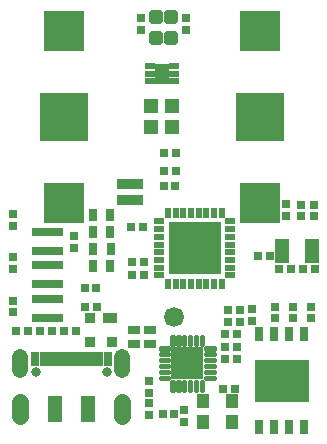
<source format=gbr>
G04 EAGLE Gerber RS-274X export*
G75*
%MOMM*%
%FSLAX34Y34*%
%LPD*%
%INSoldermask Top*%
%IPPOS*%
%AMOC8*
5,1,8,0,0,1.08239X$1,22.5*%
G01*
%ADD10R,0.803200X0.703200*%
%ADD11R,0.803200X1.103200*%
%ADD12R,0.703200X0.803200*%
%ADD13R,1.203200X2.003200*%
%ADD14R,0.920000X0.470000*%
%ADD15R,0.470000X0.920000*%
%ADD16R,4.520000X4.520000*%
%ADD17R,1.219200X0.914400*%
%ADD18R,0.812800X0.889000*%
%ADD19C,0.269722*%
%ADD20R,2.703200X2.703200*%
%ADD21R,1.003200X0.803200*%
%ADD22R,0.653200X1.153200*%
%ADD23R,4.553200X3.653200*%
%ADD24C,0.505344*%
%ADD25R,0.723200X1.203200*%
%ADD26R,0.473200X1.203200*%
%ADD27C,0.803200*%
%ADD28C,0.833200*%
%ADD29R,1.203200X2.203200*%
%ADD30C,1.361200*%
%ADD31C,1.403200*%
%ADD32R,0.653200X0.803200*%
%ADD33R,1.093200X1.143200*%
%ADD34C,1.681200*%
%ADD35R,1.283200X1.253200*%
%ADD36R,0.863200X0.523200*%
%ADD37R,1.203200X1.803200*%
%ADD38R,2.203200X0.853200*%
%ADD39R,4.163200X4.163200*%
%ADD40R,3.383200X3.383200*%


D10*
X217544Y98106D03*
X217544Y108106D03*
D11*
X97994Y173301D03*
X82994Y173301D03*
D10*
X207400Y106995D03*
X207400Y96995D03*
D12*
X153137Y212039D03*
X143137Y212039D03*
X222792Y153458D03*
X232792Y153458D03*
D11*
X97978Y187764D03*
X82978Y187764D03*
D10*
X197240Y106995D03*
X197240Y96995D03*
D12*
X125610Y177339D03*
X115610Y177339D03*
D11*
X98164Y158987D03*
X83164Y158987D03*
X98079Y144759D03*
X83079Y144759D03*
D12*
X241035Y142173D03*
X251035Y142173D03*
X271199Y142133D03*
X261199Y142133D03*
D13*
X268486Y157437D03*
X243486Y157437D03*
D14*
X199440Y136810D03*
X199440Y143310D03*
X199440Y149810D03*
X199440Y156310D03*
X199440Y162810D03*
X199440Y169310D03*
X199440Y175810D03*
X199440Y182310D03*
D15*
X192190Y189560D03*
X185690Y189560D03*
X179190Y189560D03*
X172690Y189560D03*
X166190Y189560D03*
X159690Y189560D03*
X153190Y189560D03*
X146690Y189560D03*
D14*
X139440Y182310D03*
X139440Y175810D03*
X139440Y169310D03*
X139440Y162810D03*
X139440Y156310D03*
X139440Y149810D03*
X139440Y143310D03*
X139440Y136810D03*
D15*
X146690Y129560D03*
X153190Y129560D03*
X159690Y129560D03*
X166190Y129560D03*
X172690Y129560D03*
X179190Y129560D03*
X185690Y129560D03*
X192190Y129560D03*
D16*
X169440Y159560D03*
D17*
X97973Y100467D03*
D18*
X80955Y100467D03*
X80955Y80147D03*
X99751Y80147D03*
D12*
X203472Y40670D03*
X193472Y40670D03*
D19*
X174552Y77787D02*
X174552Y85723D01*
X176588Y85723D01*
X176588Y77787D01*
X174552Y77787D01*
X174552Y80349D02*
X176588Y80349D01*
X176588Y82911D02*
X174552Y82911D01*
X174552Y85473D02*
X176588Y85473D01*
X169552Y85723D02*
X169552Y77787D01*
X169552Y85723D02*
X171588Y85723D01*
X171588Y77787D01*
X169552Y77787D01*
X169552Y80349D02*
X171588Y80349D01*
X171588Y82911D02*
X169552Y82911D01*
X169552Y85473D02*
X171588Y85473D01*
X164552Y85723D02*
X164552Y77787D01*
X164552Y85723D02*
X166588Y85723D01*
X166588Y77787D01*
X164552Y77787D01*
X164552Y80349D02*
X166588Y80349D01*
X166588Y82911D02*
X164552Y82911D01*
X164552Y85473D02*
X166588Y85473D01*
X159552Y85723D02*
X159552Y77787D01*
X159552Y85723D02*
X161588Y85723D01*
X161588Y77787D01*
X159552Y77787D01*
X159552Y80349D02*
X161588Y80349D01*
X161588Y82911D02*
X159552Y82911D01*
X159552Y85473D02*
X161588Y85473D01*
X154552Y85723D02*
X154552Y77787D01*
X154552Y85723D02*
X156588Y85723D01*
X156588Y77787D01*
X154552Y77787D01*
X154552Y80349D02*
X156588Y80349D01*
X156588Y82911D02*
X154552Y82911D01*
X154552Y85473D02*
X156588Y85473D01*
X149552Y85723D02*
X149552Y77787D01*
X149552Y85723D02*
X151588Y85723D01*
X151588Y77787D01*
X149552Y77787D01*
X149552Y80349D02*
X151588Y80349D01*
X151588Y82911D02*
X149552Y82911D01*
X149552Y85473D02*
X151588Y85473D01*
X147688Y73887D02*
X139752Y73887D01*
X139752Y75923D01*
X147688Y75923D01*
X147688Y73887D01*
X147688Y68887D02*
X139752Y68887D01*
X139752Y70923D01*
X147688Y70923D01*
X147688Y68887D01*
X147688Y63887D02*
X139752Y63887D01*
X139752Y65923D01*
X147688Y65923D01*
X147688Y63887D01*
X147688Y58887D02*
X139752Y58887D01*
X139752Y60923D01*
X147688Y60923D01*
X147688Y58887D01*
X147688Y53887D02*
X139752Y53887D01*
X139752Y55923D01*
X147688Y55923D01*
X147688Y53887D01*
X147688Y48887D02*
X139752Y48887D01*
X139752Y50923D01*
X147688Y50923D01*
X147688Y48887D01*
X149552Y47023D02*
X149552Y39087D01*
X149552Y47023D02*
X151588Y47023D01*
X151588Y39087D01*
X149552Y39087D01*
X149552Y41649D02*
X151588Y41649D01*
X151588Y44211D02*
X149552Y44211D01*
X149552Y46773D02*
X151588Y46773D01*
X154552Y47023D02*
X154552Y39087D01*
X154552Y47023D02*
X156588Y47023D01*
X156588Y39087D01*
X154552Y39087D01*
X154552Y41649D02*
X156588Y41649D01*
X156588Y44211D02*
X154552Y44211D01*
X154552Y46773D02*
X156588Y46773D01*
X159552Y47023D02*
X159552Y39087D01*
X159552Y47023D02*
X161588Y47023D01*
X161588Y39087D01*
X159552Y39087D01*
X159552Y41649D02*
X161588Y41649D01*
X161588Y44211D02*
X159552Y44211D01*
X159552Y46773D02*
X161588Y46773D01*
X164552Y47023D02*
X164552Y39087D01*
X164552Y47023D02*
X166588Y47023D01*
X166588Y39087D01*
X164552Y39087D01*
X164552Y41649D02*
X166588Y41649D01*
X166588Y44211D02*
X164552Y44211D01*
X164552Y46773D02*
X166588Y46773D01*
X169552Y47023D02*
X169552Y39087D01*
X169552Y47023D02*
X171588Y47023D01*
X171588Y39087D01*
X169552Y39087D01*
X169552Y41649D02*
X171588Y41649D01*
X171588Y44211D02*
X169552Y44211D01*
X169552Y46773D02*
X171588Y46773D01*
X174552Y47023D02*
X174552Y39087D01*
X174552Y47023D02*
X176588Y47023D01*
X176588Y39087D01*
X174552Y39087D01*
X174552Y41649D02*
X176588Y41649D01*
X176588Y44211D02*
X174552Y44211D01*
X174552Y46773D02*
X176588Y46773D01*
X178452Y48887D02*
X186388Y48887D01*
X178452Y48887D02*
X178452Y50923D01*
X186388Y50923D01*
X186388Y48887D01*
X186388Y53887D02*
X178452Y53887D01*
X178452Y55923D01*
X186388Y55923D01*
X186388Y53887D01*
X186388Y58887D02*
X178452Y58887D01*
X178452Y60923D01*
X186388Y60923D01*
X186388Y58887D01*
X186388Y63887D02*
X178452Y63887D01*
X178452Y65923D01*
X186388Y65923D01*
X186388Y63887D01*
X186388Y68887D02*
X178452Y68887D01*
X178452Y70923D01*
X186388Y70923D01*
X186388Y68887D01*
X186388Y73887D02*
X178452Y73887D01*
X178452Y75923D01*
X186388Y75923D01*
X186388Y73887D01*
D20*
X163070Y62405D03*
D10*
X130764Y28504D03*
X130764Y18504D03*
X160274Y22364D03*
X160274Y12364D03*
D12*
X152243Y19482D03*
X142243Y19482D03*
D10*
X130685Y47466D03*
X130685Y37466D03*
D12*
X204900Y75740D03*
X194900Y75740D03*
X204900Y65580D03*
X194900Y65580D03*
X204900Y86980D03*
X194900Y86980D03*
D21*
X131799Y78662D03*
X131799Y90662D03*
X117799Y90662D03*
X117799Y78662D03*
D10*
X237650Y110260D03*
X237650Y100260D03*
X252890Y110260D03*
X252890Y100260D03*
X268130Y110260D03*
X268130Y100260D03*
X15176Y105244D03*
X15176Y115244D03*
X259039Y186652D03*
X259039Y196652D03*
D22*
X224030Y8640D03*
X236730Y8640D03*
X249430Y8640D03*
X262130Y8640D03*
X262130Y86640D03*
X249430Y86640D03*
X236730Y86640D03*
X224030Y86640D03*
D23*
X243080Y47640D03*
D24*
X140341Y358890D02*
X133361Y358890D01*
X140341Y358890D02*
X140341Y351910D01*
X133361Y351910D01*
X133361Y358890D01*
X133361Y356710D02*
X140341Y356710D01*
X140341Y341350D02*
X133361Y341350D01*
X140341Y341350D02*
X140341Y334370D01*
X133361Y334370D01*
X133361Y341350D01*
X133361Y339170D02*
X140341Y339170D01*
X146061Y358890D02*
X153041Y358890D01*
X153041Y351910D01*
X146061Y351910D01*
X146061Y358890D01*
X146061Y356710D02*
X153041Y356710D01*
X153041Y341350D02*
X146061Y341350D01*
X153041Y341350D02*
X153041Y334370D01*
X146061Y334370D01*
X146061Y341350D01*
X146061Y339170D02*
X153041Y339170D01*
D12*
X126464Y148118D03*
X116464Y148118D03*
X126490Y136946D03*
X116490Y136946D03*
X76470Y110244D03*
X86470Y110244D03*
X86216Y125738D03*
X76216Y125738D03*
D10*
X15176Y188650D03*
X15176Y178650D03*
X15176Y152074D03*
X15176Y142074D03*
X67246Y159600D03*
X67246Y169600D03*
X124151Y344170D03*
X124151Y354170D03*
X162251Y344170D03*
X162251Y354170D03*
D12*
X68888Y89637D03*
X58888Y89637D03*
X143256Y240155D03*
X153256Y240155D03*
D10*
X270622Y196667D03*
X270622Y186667D03*
D12*
X153397Y225000D03*
X143397Y225000D03*
D10*
X246490Y186795D03*
X246490Y196795D03*
D12*
X28479Y89530D03*
X18479Y89530D03*
X38838Y89540D03*
X48838Y89540D03*
D25*
X33960Y65864D03*
X95960Y65864D03*
X41460Y65864D03*
X88460Y65864D03*
D26*
X47460Y65864D03*
X82460Y65864D03*
X52460Y65864D03*
X57460Y65864D03*
X62460Y65864D03*
X67460Y65864D03*
X72460Y65864D03*
X77460Y65864D03*
D27*
X94960Y54864D03*
D28*
X94960Y54864D03*
D29*
X50960Y23864D03*
X78960Y23864D03*
D28*
X34960Y54864D03*
D30*
X21760Y56324D02*
X21760Y67904D01*
X108160Y67904D02*
X108160Y56324D01*
D31*
X21760Y29864D02*
X21760Y17864D01*
X108160Y17864D02*
X108160Y29864D01*
D32*
X54136Y116974D03*
X47636Y116974D03*
X41136Y116974D03*
X34636Y116974D03*
X34636Y100974D03*
X41136Y100974D03*
X47636Y100974D03*
X54136Y100974D03*
D33*
X201380Y30288D03*
X176580Y30288D03*
X176580Y12588D03*
X201380Y12588D03*
D32*
X54390Y145168D03*
X47890Y145168D03*
X41390Y145168D03*
X34890Y145168D03*
X34890Y129168D03*
X41390Y129168D03*
X47890Y129168D03*
X54390Y129168D03*
X54390Y173108D03*
X47890Y173108D03*
X41390Y173108D03*
X34890Y173108D03*
X34890Y157108D03*
X41390Y157108D03*
X47890Y157108D03*
X54390Y157108D03*
D34*
X152071Y101594D03*
D35*
X150278Y279830D03*
X150278Y262330D03*
X132314Y280037D03*
X132314Y262537D03*
D36*
X131243Y313941D03*
X131243Y307441D03*
X131243Y300941D03*
X151743Y300941D03*
X151743Y307441D03*
X151743Y313941D03*
D37*
X141493Y307441D03*
D38*
X114237Y200205D03*
X114237Y213705D03*
D39*
X58500Y271000D03*
D40*
X58500Y198000D03*
X58500Y344000D03*
D39*
X224500Y271000D03*
D40*
X224500Y344000D03*
X224500Y198000D03*
M02*

</source>
